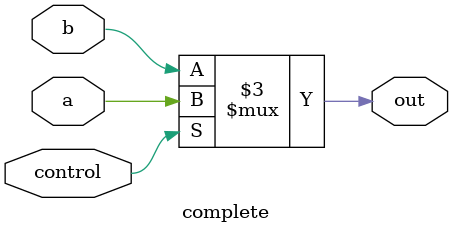
<source format=v>


module top;

wire out;
reg control, a, b;

incomplete lat1(out, control, a);
complete lat2(out, control, a, b);

endmodule 

module incomplete (out, control, a);

output out;
reg out;
input control, a;

always @(control or a)
	if(control)
		out <= a;

endmodule

//Multiplexer is inferred because of complete specification
module complete (out, control, a, b);

output out;
reg out;
input control, a, b;

always @(control or a or b)
	if(control)
		out <= a;
	else
		out <= b;

endmodule

</source>
